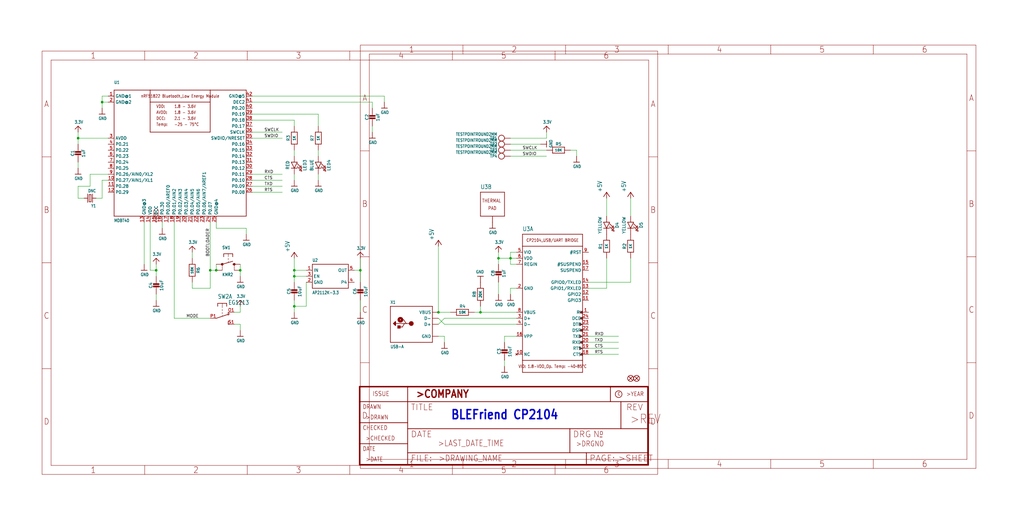
<source format=kicad_sch>
(kicad_sch (version 20211123) (generator eeschema)
  (paper "User" 433.07 220.421)
  (lib_symbols
    (symbol "eagleSchem-eagle-import:+5V" (power)
      (property "Value" "+5V" (at -2.54 -5.08 90))
      (symbol "+5V_1_0"
        (pin power_in line (at 0 -2.54 90) (length 2.54) (name "+5V") (number "1"))
      )
    )
    (symbol "eagleSchem-eagle-import:3.3V" (power)
      (property "Value" "3.3V" (at -1.524 1.016 0))
      (symbol "3.3V_1_0"
        (pin power_in line (at 0 -2.54 90) (length 2.54) (name "3.3V") (number "1"))
      )
    )
    (symbol "eagleSchem-eagle-import:CAP_CERAMIC0603_NO"
      (property "Reference" "C" (at -2.29 1.25 90))
      (property "Value" "CAP_CERAMIC0603_NO" (at 2.3 1.25 90))
      (symbol "CAP_CERAMIC0603_NO_1_0"
        (pin passive line (at 0 5.08 270) (length 2.54) (name "1") (number "1"))
        (pin passive line (at 0 -2.54 90) (length 2.54) (name "2") (number "2"))
      )
    )
    (symbol "eagleSchem-eagle-import:CAP_CERAMIC0805-NOOUTLINE"
      (property "Reference" "C" (at -2.29 1.25 90))
      (property "Value" "CAP_CERAMIC0805-NOOUTLINE" (at 2.3 1.25 90))
      (symbol "CAP_CERAMIC0805-NOOUTLINE_1_0"
        (pin passive line (at 0 5.08 270) (length 2.54) (name "1") (number "1"))
        (pin passive line (at 0 -2.54 90) (length 2.54) (name "2") (number "2"))
      )
    )
    (symbol "eagleSchem-eagle-import:CP2104"
      (property "Reference" "U" (at -5.08 6.35 0))
      (symbol "CP2104_1_0"
        (text "CP2104_USB/UART BRIDGE" (at 0 25.4 0) (effects (font (size 1.27 1.0795))))
        (text "VIO: 1.8-VDD_Op. Temp: -40~85°C" (at 0 -27.94 0) (effects (font (size 1.27 1.0795))))
        (pin input line (at 15.24 -5.08 180) (length 2.54) (name "RI") (number "1"))
        (pin no_connect line (at -15.24 -22.86 0) (length 2.54) (name "NC") (number "10"))
        (pin bidirectional line (at 15.24 0 180) (length 2.54) (name "GPIO3") (number "11"))
        (pin bidirectional line (at 15.24 2.54 180) (length 2.54) (name "GPIO2") (number "12"))
        (pin bidirectional line (at 15.24 5.08 180) (length 2.54) (name "GPIO1/RXLED") (number "13"))
        (pin bidirectional line (at 15.24 7.62 180) (length 2.54) (name "GPIO0/TXLED") (number "14"))
        (pin output line (at 15.24 15.24 180) (length 2.54) (name "#SUSPEND") (number "15"))
        (pin bidirectional line (at -15.24 -15.24 0) (length 2.54) (name "VPP") (number "16"))
        (pin output line (at 15.24 12.7 180) (length 2.54) (name "SUSPEND") (number "17"))
        (pin input line (at 15.24 -22.86 180) (length 2.54) (name "CTS") (number "18"))
        (pin output line (at 15.24 -20.32 180) (length 2.54) (name "RTS") (number "19"))
        (pin power_in line (at -15.24 5.08 0) (length 2.54) (name "GND") (number "2"))
        (pin input line (at 15.24 -17.78 180) (length 2.54) (name "RXD") (number "20"))
        (pin output line (at 15.24 -15.24 180) (length 2.54) (name "TXD") (number "21"))
        (pin input line (at 15.24 -12.7 180) (length 2.54) (name "DSR") (number "22"))
        (pin output line (at 15.24 -10.16 180) (length 2.54) (name "DTR") (number "23"))
        (pin input line (at 15.24 -7.62 180) (length 2.54) (name "DCD") (number "24"))
        (pin bidirectional line (at -15.24 -7.62 0) (length 2.54) (name "D+") (number "3"))
        (pin bidirectional line (at -15.24 -10.16 0) (length 2.54) (name "D-") (number "4"))
        (pin power_in line (at -15.24 20.32 0) (length 2.54) (name "VIO") (number "5"))
        (pin power_in line (at -15.24 17.78 0) (length 2.54) (name "VDD") (number "6"))
        (pin power_in line (at -15.24 15.24 0) (length 2.54) (name "REGIN") (number "7"))
        (pin power_in line (at -15.24 -5.08 0) (length 2.54) (name "VBUS") (number "8"))
        (pin bidirectional line (at 15.24 20.32 180) (length 2.54) (name "#RST") (number "9"))
      )
      (symbol "CP2104_2_0"
        (text "PAD" (at -1.905 -2.54 0) (effects (font (size 1.4224 1.209)) (justify left bottom)))
        (text "THERMAL" (at -4.445 0.635 0) (effects (font (size 1.4224 1.209)) (justify left bottom)))
        (pin power_in line (at 0 -7.62 90) (length 2.54) (name "TP") (number "THERM"))
      )
    )
    (symbol "eagleSchem-eagle-import:CRYSTAL2.0X6.0_32.768"
      (property "Reference" "Y" (at -2.54 2.54 0))
      (property "Value" "CRYSTAL2.0X6.0_32.768" (at -2.54 -3.81 0))
      (symbol "CRYSTAL2.0X6.0_32.768_1_0"
        (pin passive line (at -2.54 0 0) (length 0) (name "1") (number "1"))
        (pin passive line (at 2.54 0 180) (length 0) (name "2") (number "2"))
      )
    )
    (symbol "eagleSchem-eagle-import:DPDT-EG1390"
      (property "Reference" "SW" (at -8.255 -1.905 90))
      (property "Value" "DPDT-EG1390" (at -5.715 2.54 90))
      (symbol "DPDT-EG1390_1_0"
        (pin passive line (at -2.54 5.08 270) (length 2.54) (name "O") (number "O1"))
        (pin passive line (at 0 -5.08 90) (length 2.54) (name "P") (number "P1"))
        (pin passive line (at 2.54 5.08 270) (length 2.54) (name "S") (number "S1"))
      )
      (symbol "DPDT-EG1390_2_0"
        (pin passive line (at -2.54 5.08 270) (length 2.54) (name "O") (number "O2"))
        (pin passive line (at 0 -5.08 90) (length 2.54) (name "P") (number "P2"))
        (pin passive line (at 2.54 5.08 270) (length 2.54) (name "S") (number "S2"))
      )
    )
    (symbol "eagleSchem-eagle-import:FIDUCIAL_1MM")
    (symbol "eagleSchem-eagle-import:FRAME_A4"
      (symbol "FRAME_A4_0_0"
        (text "1" (at 21.6958 1.905 0) (effects (font (size 2.54 2.286))))
        (text "1" (at 21.6958 177.165 0) (effects (font (size 2.54 2.286))))
        (text "2" (at 65.0875 1.905 0) (effects (font (size 2.54 2.286))))
        (text "2" (at 65.0875 177.165 0) (effects (font (size 2.54 2.286))))
        (text "3" (at 108.4792 1.905 0) (effects (font (size 2.54 2.286))))
        (text "3" (at 108.4792 177.165 0) (effects (font (size 2.54 2.286))))
        (text "4" (at 151.8708 1.905 0) (effects (font (size 2.54 2.286))))
        (text "4" (at 151.8708 177.165 0) (effects (font (size 2.54 2.286))))
        (text "5" (at 195.2625 1.905 0) (effects (font (size 2.54 2.286))))
        (text "5" (at 195.2625 177.165 0) (effects (font (size 2.54 2.286))))
        (text "6" (at 238.6542 1.905 0) (effects (font (size 2.54 2.286))))
        (text "6" (at 238.6542 177.165 0) (effects (font (size 2.54 2.286))))
        (text "A" (at 1.905 156.6863 0) (effects (font (size 2.54 2.286))))
        (text "A" (at 258.445 156.6863 0) (effects (font (size 2.54 2.286))))
        (text "B" (at 1.905 111.9188 0) (effects (font (size 2.54 2.286))))
        (text "B" (at 258.445 111.9188 0) (effects (font (size 2.54 2.286))))
        (text "C" (at 1.905 67.1513 0) (effects (font (size 2.54 2.286))))
        (text "C" (at 258.445 67.1513 0) (effects (font (size 2.54 2.286))))
        (text "D" (at 1.905 22.3838 0) (effects (font (size 2.54 2.286))))
        (text "D" (at 258.445 22.3838 0) (effects (font (size 2.54 2.286))))
      )
      (symbol "FRAME_A4_2_0"
        (text ">CHECKED" (at 2.2352 11.7348 0) (effects (font (size 1.778 1.5113)) (justify left bottom)))
        (text ">COMPANY" (at 23.349 29.6735 0) (effects (font (size 3.175 2.6987) (thickness 0.5397) bold) (justify left bottom)))
        (text ">DATE" (at 2.2352 2.8448 0) (effects (font (size 1.778 1.5113)) (justify left bottom)))
        (text ">DRAWING_NAME" (at 33.0327 2.8448 0) (effects (font (size 2.54 2.159)) (justify left bottom)))
        (text ">DRAWN" (at 2.2352 20.6248 0) (effects (font (size 1.778 1.5113)) (justify left bottom)))
        (text ">DRGNO" (at 91.1352 9.1948 0) (effects (font (size 2.1844 1.8567)) (justify left bottom)))
        (text ">LAST_DATE_TIME" (at 32.7152 9.1948 0) (effects (font (size 2.54 2.159)) (justify left bottom)))
        (text ">REV" (at 113.9952 18.7198 0) (effects (font (size 3.81 3.2385)) (justify left bottom)))
        (text ">SHEET" (at 108.9152 2.8448 0) (effects (font (size 2.54 2.54)) (justify left bottom)))
        (text ">YEAR" (at 112.4077 30.4673 0) (effects (font (size 1.778 1.5113)) (justify left bottom)))
        (text "C" (at 108.7564 30.7848 0) (effects (font (size 1.27 1.0795)) (justify left bottom)))
        (text "CHECKED" (at 0.9652 16.1798 0) (effects (font (size 1.778 1.5113)) (justify left bottom)))
        (text "DATE" (at 0.9652 7.2898 0) (effects (font (size 1.778 1.5113)) (justify left bottom)))
        (text "DATE" (at 21.2852 13.0048 0) (effects (font (size 2.54 2.54)) (justify left bottom)))
        (text "DRAWN" (at 0.9652 25.0698 0) (effects (font (size 1.778 1.5113)) (justify left bottom)))
        (text "DRG" (at 89.8652 13.0048 0) (effects (font (size 2.54 2.54)) (justify left bottom)))
        (text "FILE:" (at 21.2852 2.8448 0) (effects (font (size 2.54 2.54)) (justify left bottom)))
        (text "ISSUE" (at 5.0927 30.4673 0) (effects (font (size 1.9304 1.6408)) (justify left bottom)))
        (text "N" (at 98.4377 13.0048 0) (effects (font (size 2.54 2.54)) (justify left bottom)))
        (text "o" (at 100.9777 13.9573 0) (effects (font (size 2.1844 1.8567)) (justify left bottom)))
        (text "PAGE:" (at 96.8502 2.8448 0) (effects (font (size 2.54 2.54)) (justify left bottom)))
        (text "REV" (at 112.4077 24.4348 0) (effects (font (size 2.54 2.54)) (justify left bottom)))
        (text "TITLE" (at 21.2852 24.4348 0) (effects (font (size 2.54 2.54)) (justify left bottom)))
      )
    )
    (symbol "eagleSchem-eagle-import:GND" (power)
      (property "Value" "GND" (at -1.524 -2.54 0))
      (symbol "GND_1_0"
        (pin power_in line (at 0 2.54 270) (length 2.54) (name "GND") (number "1"))
      )
    )
    (symbol "eagleSchem-eagle-import:LED0805_NOOUTLINE"
      (property "Reference" "D" (at -1.27 4.445 0))
      (property "Value" "LED0805_NOOUTLINE" (at -1.27 -2.794 0))
      (symbol "LED0805_NOOUTLINE_1_0"
        (pin passive line (at -5.08 0 0) (length 2.54) (name "A") (number "A"))
        (pin passive line (at 2.54 0 180) (length 2.54) (name "C") (number "C"))
      )
    )
    (symbol "eagleSchem-eagle-import:NRF51822_MODULE_MDBT40"
      (property "Reference" "U" (at -27.94 27.94 0))
      (property "Value" "NRF51822_MODULE_MDBT40" (at -27.94 -30.48 0))
      (symbol "NRF51822_MODULE_MDBT40_1_0"
        (text "-25 - 75°C" (at -2.54 10.16 0) (effects (font (size 1.27 1.0795)) (justify left bottom)))
        (text "1.8 - 3.6V" (at -2.54 15.24 0) (effects (font (size 1.27 1.0795)) (justify left bottom)))
        (text "1.8 - 3.6V" (at -2.54 17.78 0) (effects (font (size 1.27 1.0795)) (justify left bottom)))
        (text "2.1 - 3.6V" (at -2.54 12.7 0) (effects (font (size 1.27 1.0795)) (justify left bottom)))
        (text "AVDD:" (at -10.16 15.24 0) (effects (font (size 1.27 1.0795)) (justify left bottom)))
        (text "DCC:" (at -10.16 12.7 0) (effects (font (size 1.27 1.0795)) (justify left bottom)))
        (text "nRF51822 Bluetooth_Low Energy Module" (at 0 22.86 0) (effects (font (size 1.27 1.0795))))
        (text "Temp:" (at -10.16 10.16 0) (effects (font (size 1.27 1.0795)) (justify left bottom)))
        (text "VDD:" (at -10.16 17.78 0) (effects (font (size 1.27 1.0795)) (justify left bottom)))
        (pin power_in line (at -30.48 22.86 0) (length 2.54) (name "GND@1") (number "1"))
        (pin bidirectional line (at -30.48 -12.7 0) (length 2.54) (name "P0.27/AIN1/XL1") (number "10"))
        (pin bidirectional line (at -30.48 -15.24 0) (length 2.54) (name "P0.28") (number "11"))
        (pin bidirectional line (at -30.48 -17.78 0) (length 2.54) (name "P0.29") (number "12"))
        (pin power_in line (at -15.24 -30.48 90) (length 2.54) (name "GND@3") (number "13"))
        (pin power_in line (at -12.7 -30.48 90) (length 2.54) (name "VDD") (number "14"))
        (pin power_in line (at -10.16 -30.48 90) (length 2.54) (name "DCC") (number "15"))
        (pin bidirectional line (at -7.62 -30.48 90) (length 2.54) (name "P0.30") (number "16"))
        (pin bidirectional line (at -5.08 -30.48 90) (length 2.54) (name "P0.00/AREF0") (number "17"))
        (pin bidirectional line (at -2.54 -30.48 90) (length 2.54) (name "P0.01/AIN2") (number "18"))
        (pin bidirectional line (at 0 -30.48 90) (length 2.54) (name "P0.02/AIN3") (number "19"))
        (pin power_in line (at -30.48 20.32 0) (length 2.54) (name "GND@2") (number "2"))
        (pin bidirectional line (at 2.54 -30.48 90) (length 2.54) (name "P0.03/AIN4") (number "20"))
        (pin bidirectional line (at 5.08 -30.48 90) (length 2.54) (name "P0.04/AIN5") (number "21"))
        (pin bidirectional line (at 7.62 -30.48 90) (length 2.54) (name "P0.05/AIN6") (number "22"))
        (pin bidirectional line (at 10.16 -30.48 90) (length 2.54) (name "P0.06/AIN7/AREF1") (number "23"))
        (pin bidirectional line (at 12.7 -30.48 90) (length 2.54) (name "P0.07") (number "24"))
        (pin power_in line (at 15.24 -30.48 90) (length 2.54) (name "GND@4") (number "25"))
        (pin bidirectional line (at 30.48 -17.78 180) (length 2.54) (name "P0.08") (number "26"))
        (pin bidirectional line (at 30.48 -15.24 180) (length 2.54) (name "P0.09") (number "27"))
        (pin bidirectional line (at 30.48 -12.7 180) (length 2.54) (name "P0.10") (number "28"))
        (pin bidirectional line (at 30.48 -10.16 180) (length 2.54) (name "P0.11") (number "29"))
        (pin power_in line (at -30.48 5.08 0) (length 2.54) (name "AVDD") (number "3"))
        (pin bidirectional line (at 30.48 -7.62 180) (length 2.54) (name "P0.12") (number "30"))
        (pin bidirectional line (at 30.48 -5.08 180) (length 2.54) (name "P0.13") (number "31"))
        (pin bidirectional line (at 30.48 -2.54 180) (length 2.54) (name "P0.14") (number "32"))
        (pin bidirectional line (at 30.48 0 180) (length 2.54) (name "P0.15") (number "33"))
        (pin bidirectional line (at 30.48 2.54 180) (length 2.54) (name "P0.16") (number "34"))
        (pin bidirectional line (at 30.48 5.08 180) (length 2.54) (name "SWDIO/NRESET") (number "35"))
        (pin bidirectional line (at 30.48 7.62 180) (length 2.54) (name "SWCLK") (number "36"))
        (pin bidirectional line (at 30.48 10.16 180) (length 2.54) (name "P0.17") (number "37"))
        (pin bidirectional line (at 30.48 12.7 180) (length 2.54) (name "P0.18") (number "38"))
        (pin bidirectional line (at 30.48 15.24 180) (length 2.54) (name "P0.19") (number "39"))
        (pin bidirectional line (at -30.48 2.54 0) (length 2.54) (name "P0.21") (number "4"))
        (pin bidirectional line (at 30.48 17.78 180) (length 2.54) (name "P0.20") (number "40"))
        (pin power_in line (at 30.48 20.32 180) (length 2.54) (name "DEC2") (number "41"))
        (pin power_in line (at 30.48 22.86 180) (length 2.54) (name "GND@5") (number "42"))
        (pin bidirectional line (at -30.48 0 0) (length 2.54) (name "P0.22") (number "5"))
        (pin bidirectional line (at -30.48 -2.54 0) (length 2.54) (name "P0.23") (number "6"))
        (pin bidirectional line (at -30.48 -5.08 0) (length 2.54) (name "P0.24") (number "7"))
        (pin bidirectional line (at -30.48 -7.62 0) (length 2.54) (name "P0.25") (number "8"))
        (pin bidirectional line (at -30.48 -10.16 0) (length 2.54) (name "P0.26/AIN0/XL2") (number "9"))
      )
    )
    (symbol "eagleSchem-eagle-import:RESISTOR_0603_NOOUT"
      (property "Reference" "R" (at 0 2.54 0))
      (property "Value" "RESISTOR_0603_NOOUT" (at 0 0 0))
      (symbol "RESISTOR_0603_NOOUT_1_0"
        (pin passive line (at -5.08 0 0) (length 2.54) (name "1") (number "1"))
        (pin passive line (at 5.08 0 180) (length 2.54) (name "2") (number "2"))
      )
    )
    (symbol "eagleSchem-eagle-import:SWITCH_TACT_SMT4.6X2.8"
      (property "Reference" "SW" (at -2.54 6.35 0))
      (property "Value" "SWITCH_TACT_SMT4.6X2.8" (at -2.54 -5.08 0))
      (symbol "SWITCH_TACT_SMT4.6X2.8_1_0"
        (pin passive line (at -5.08 0 0) (length 2.54) (name "P") (number "A"))
        (pin passive line (at -5.08 -2.54 0) (length 2.54) (name "P1") (number "A'"))
        (pin passive line (at 5.08 0 180) (length 2.54) (name "S") (number "B"))
        (pin passive line (at 5.08 -2.54 180) (length 2.54) (name "S1") (number "B'"))
      )
    )
    (symbol "eagleSchem-eagle-import:TESTPOINTROUND2MM"
      (property "Reference" "TP" (at 0 5.588 90))
      (property "Value" "TESTPOINTROUND2MM" (at 1.651 5.588 90))
      (symbol "TESTPOINTROUND2MM_1_0"
        (pin bidirectional line (at 0 0 90) (length 2.54) (name "P$1") (number "P$1"))
      )
    )
    (symbol "eagleSchem-eagle-import:USB_TYPEA_CLIENTTHM"
      (property "Reference" "X" (at -10.16 8.636 0))
      (property "Value" "USB_TYPEA_CLIENTTHM" (at -10.16 -10.16 0))
      (symbol "USB_TYPEA_CLIENTTHM_1_0"
        (pin bidirectional line (at 10.16 0 180) (length 2.54) (name "D+") (number "D+"))
        (pin bidirectional line (at 10.16 2.54 180) (length 2.54) (name "D-") (number "D-"))
        (pin power_in line (at 10.16 -5.08 180) (length 2.54) (name "GND") (number "GND"))
        (pin power_in line (at 10.16 5.08 180) (length 2.54) (name "VBUS") (number "VBUS"))
      )
    )
    (symbol "eagleSchem-eagle-import:VREG_SOT23-5"
      (property "Reference" "U" (at -7.62 6.096 0))
      (property "Value" "VREG_SOT23-5" (at -7.62 -7.62 0))
      (symbol "VREG_SOT23-5_1_0"
        (pin power_in line (at -10.16 2.54 0) (length 2.54) (name "IN") (number "1"))
        (pin power_in line (at -10.16 -2.54 0) (length 2.54) (name "GND") (number "2"))
        (pin input line (at -10.16 0 0) (length 2.54) (name "EN") (number "3"))
        (pin bidirectional line (at 10.16 -2.54 180) (length 2.54) (name "P4") (number "4"))
        (pin power_in line (at 10.16 2.54 180) (length 2.54) (name "OUT") (number "5"))
      )
    )
  )
  (junction (at 33.02 58.42))
  (junction (at 185.42 132.08))
  (junction (at 215.9 109.22))
  (junction (at 88.9 114.3))
  (junction (at 124.46 129.54))
  (junction (at 210.82 109.22))
  (junction (at 124.46 116.84))
  (junction (at 43.18 43.18))
  (junction (at 91.44 114.3))
  (junction (at 101.6 114.3))
  (junction (at 203.2 132.08))
  (junction (at 152.4 114.3))
  (junction (at 66.04 114.3))
  (junction (at 124.46 114.3))
  (wire (pts (xy 218.44 137.16) (xy 187.96 137.16)))
  (wire (pts (xy 63.5 93.98) (xy 63.5 114.3)))
  (wire (pts (xy 91.44 114.3) (xy 88.9 114.3)))
  (wire (pts (xy 213.36 142.24) (xy 213.36 144.78)))
  (wire (pts (xy 106.68 58.42) (xy 119.38 58.42)))
  (wire (pts (xy 124.46 73.66) (xy 124.46 76.2)))
  (wire (pts (xy 187.96 134.62) (xy 218.44 134.62)))
  (wire (pts (xy 218.44 111.76) (xy 215.9 111.76)))
  (wire (pts (xy 106.68 55.88) (xy 119.38 55.88)))
  (wire (pts (xy 152.4 114.3) (xy 152.4 109.22)))
  (wire (pts (xy 218.44 142.24) (xy 213.36 142.24)))
  (wire (pts (xy 91.44 111.76) (xy 91.44 114.3)))
  (wire (pts (xy 218.44 121.92) (xy 215.9 121.92)))
  (wire (pts (xy 187.96 137.16) (xy 185.42 134.62)))
  (wire (pts (xy 124.46 114.3) (xy 124.46 109.22)))
  (wire (pts (xy 66.04 124.46) (xy 66.04 127)))
  (wire (pts (xy 33.02 58.42) (xy 33.02 60.96)))
  (wire (pts (xy 101.6 132.08) (xy 101.6 129.54)))
  (wire (pts (xy 45.72 58.42) (xy 33.02 58.42)))
  (wire (pts (xy 215.9 106.68) (xy 215.9 109.22)))
  (wire (pts (xy 215.9 63.5) (xy 231.14 63.5)))
  (wire (pts (xy 187.96 142.24) (xy 187.96 144.78)))
  (wire (pts (xy 43.18 83.82) (xy 40.64 83.82)))
  (wire (pts (xy 99.06 137.16) (xy 101.6 137.16)))
  (wire (pts (xy 73.66 134.62) (xy 88.9 134.62)))
  (wire (pts (xy 134.62 73.66) (xy 134.62 76.2)))
  (wire (pts (xy 218.44 106.68) (xy 215.9 106.68)))
  (wire (pts (xy 38.1 73.66) (xy 38.1 78.74)))
  (wire (pts (xy 60.96 93.98) (xy 60.96 111.76)))
  (wire (pts (xy 243.84 63.5) (xy 243.84 66.04)))
  (wire (pts (xy 129.54 129.54) (xy 124.46 129.54)))
  (wire (pts (xy 185.42 132.08) (xy 190.5 132.08)))
  (wire (pts (xy 106.68 43.18) (xy 157.48 43.18)))
  (wire (pts (xy 248.92 149.86) (xy 261.62 149.86)))
  (wire (pts (xy 106.68 78.74) (xy 119.38 78.74)))
  (wire (pts (xy 248.92 121.92) (xy 256.54 121.92)))
  (wire (pts (xy 185.42 142.24) (xy 187.96 142.24)))
  (wire (pts (xy 104.14 96.52) (xy 104.14 99.06)))
  (wire (pts (xy 248.92 119.38) (xy 266.7 119.38)))
  (wire (pts (xy 88.9 93.98) (xy 88.9 114.3)))
  (wire (pts (xy 124.46 50.8) (xy 124.46 53.34)))
  (wire (pts (xy 106.68 40.64) (xy 162.56 40.64)))
  (wire (pts (xy 215.9 66.04) (xy 231.14 66.04)))
  (wire (pts (xy 203.2 129.54) (xy 203.2 132.08)))
  (wire (pts (xy 215.9 60.96) (xy 228.6 60.96)))
  (wire (pts (xy 124.46 116.84) (xy 124.46 114.3)))
  (wire (pts (xy 215.9 58.42) (xy 231.14 58.42)))
  (wire (pts (xy 261.62 144.78) (xy 248.92 144.78)))
  (wire (pts (xy 149.86 114.3) (xy 152.4 114.3)))
  (wire (pts (xy 43.18 76.2) (xy 43.18 83.82)))
  (wire (pts (xy 43.18 40.64) (xy 43.18 43.18)))
  (wire (pts (xy 157.48 43.18) (xy 157.48 45.72)))
  (wire (pts (xy 45.72 76.2) (xy 43.18 76.2)))
  (wire (pts (xy 106.68 81.28) (xy 119.38 81.28)))
  (wire (pts (xy 157.48 53.34) (xy 157.48 55.88)))
  (wire (pts (xy 91.44 93.98) (xy 91.44 96.52)))
  (wire (pts (xy 45.72 73.66) (xy 38.1 73.66)))
  (wire (pts (xy 66.04 114.3) (xy 66.04 111.76)))
  (wire (pts (xy 213.36 152.4) (xy 213.36 154.94)))
  (wire (pts (xy 215.9 111.76) (xy 215.9 109.22)))
  (wire (pts (xy 134.62 48.26) (xy 134.62 53.34)))
  (wire (pts (xy 129.54 114.3) (xy 124.46 114.3)))
  (wire (pts (xy 185.42 137.16) (xy 187.96 134.62)))
  (wire (pts (xy 266.7 119.38) (xy 266.7 109.22)))
  (wire (pts (xy 215.9 109.22) (xy 210.82 109.22)))
  (wire (pts (xy 33.02 83.82) (xy 35.56 83.82)))
  (wire (pts (xy 33.02 78.74) (xy 33.02 83.82)))
  (wire (pts (xy 124.46 127) (xy 124.46 129.54)))
  (wire (pts (xy 248.92 142.24) (xy 261.62 142.24)))
  (wire (pts (xy 248.92 147.32) (xy 261.62 147.32)))
  (wire (pts (xy 101.6 114.3) (xy 101.6 116.84)))
  (wire (pts (xy 81.28 121.92) (xy 81.28 119.38)))
  (wire (pts (xy 45.72 43.18) (xy 43.18 43.18)))
  (wire (pts (xy 129.54 119.38) (xy 129.54 129.54)))
  (wire (pts (xy 256.54 83.82) (xy 256.54 91.44)))
  (wire (pts (xy 38.1 78.74) (xy 33.02 78.74)))
  (wire (pts (xy 200.66 132.08) (xy 203.2 132.08)))
  (wire (pts (xy 106.68 50.8) (xy 124.46 50.8)))
  (wire (pts (xy 88.9 114.3) (xy 88.9 121.92)))
  (wire (pts (xy 91.44 96.52) (xy 104.14 96.52)))
  (wire (pts (xy 43.18 43.18) (xy 43.18 45.72)))
  (wire (pts (xy 210.82 119.38) (xy 210.82 124.46)))
  (wire (pts (xy 231.14 58.42) (xy 231.14 55.88)))
  (wire (pts (xy 266.7 91.44) (xy 266.7 83.82)))
  (wire (pts (xy 134.62 63.5) (xy 134.62 66.04)))
  (wire (pts (xy 241.3 63.5) (xy 243.84 63.5)))
  (wire (pts (xy 66.04 114.3) (xy 66.04 116.84)))
  (wire (pts (xy 88.9 121.92) (xy 81.28 121.92)))
  (wire (pts (xy 152.4 127) (xy 152.4 132.08)))
  (wire (pts (xy 210.82 109.22) (xy 210.82 106.68)))
  (wire (pts (xy 215.9 121.92) (xy 215.9 124.46)))
  (wire (pts (xy 106.68 48.26) (xy 134.62 48.26)))
  (wire (pts (xy 218.44 109.22) (xy 215.9 109.22)))
  (wire (pts (xy 203.2 132.08) (xy 218.44 132.08)))
  (wire (pts (xy 106.68 76.2) (xy 119.38 76.2)))
  (wire (pts (xy 45.72 40.64) (xy 43.18 40.64)))
  (wire (pts (xy 68.58 93.98) (xy 68.58 96.52)))
  (wire (pts (xy 152.4 114.3) (xy 152.4 119.38)))
  (wire (pts (xy 124.46 116.84) (xy 124.46 119.38)))
  (wire (pts (xy 99.06 132.08) (xy 101.6 132.08)))
  (wire (pts (xy 81.28 109.22) (xy 81.28 106.68)))
  (wire (pts (xy 124.46 129.54) (xy 124.46 132.08)))
  (wire (pts (xy 106.68 73.66) (xy 119.38 73.66)))
  (wire (pts (xy 33.02 68.58) (xy 33.02 71.12)))
  (wire (pts (xy 33.02 58.42) (xy 33.02 55.88)))
  (wire (pts (xy 124.46 63.5) (xy 124.46 66.04)))
  (wire (pts (xy 101.6 111.76) (xy 101.6 114.3)))
  (wire (pts (xy 101.6 137.16) (xy 101.6 139.7)))
  (wire (pts (xy 185.42 132.08) (xy 185.42 104.14)))
  (wire (pts (xy 63.5 114.3) (xy 66.04 114.3)))
  (wire (pts (xy 129.54 116.84) (xy 124.46 116.84)))
  (wire (pts (xy 162.56 40.64) (xy 162.56 43.18)))
  (wire (pts (xy 210.82 109.22) (xy 210.82 111.76)))
  (wire (pts (xy 256.54 109.22) (xy 256.54 121.92)))
  (wire (pts (xy 73.66 93.98) (xy 73.66 134.62)))
  (text "BLEFriend CP2104" (at 190.5 177.8 180) (effects (font (size 3.81 3.2385) (thickness 0.6477) bold) (justify left bottom)))
  (label "BOOTLOADER" (at 88.9 96.52 270) (effects (font (size 1.2446 1.2446))))
  (label "RXD" (at 111.76 73.66 0) (effects (font (size 1.2446 1.2446))))
  (label "RXD" (at 251.46 142.24 0) (effects (font (size 1.2446 1.2446))))
  (label "RTS" (at 251.46 149.86 0) (effects (font (size 1.2446 1.2446))))
  (label "CTS" (at 251.46 147.32 0) (effects (font (size 1.2446 1.2446))))
  (label "MODE" (at 78.74 134.62 0) (effects (font (size 1.2446 1.2446))))
  (label "SWDIO" (at 111.76 58.42 0) (effects (font (size 1.2446 1.2446))))
  (label "TXD" (at 111.76 78.74 0) (effects (font (size 1.2446 1.2446))))
  (label "RTS" (at 111.76 81.28 0) (effects (font (size 1.2446 1.2446))))
  (label "TXD" (at 251.46 144.78 0) (effects (font (size 1.2446 1.2446))))
  (label "CTS" (at 111.76 76.2 0) (effects (font (size 1.2446 1.2446))))
  (label "SWCLK" (at 220.98 63.5 0) (effects (font (size 1.2446 1.2446))))
  (label "SWCLK" (at 111.76 55.88 0) (effects (font (size 1.2446 1.2446))))
  (label "SWDIO" (at 220.98 66.04 0) (effects (font (size 1.2446 1.2446))))
  (global_label "DCC" (shape bidirectional) (at 66.04 93.98 90) (effects (font (size 1.016 1.016))) (property "Intersheet References" "${INTERSHEET_REFS}" (effects hide)))
  (symbol (lib_id "eagleSchem-eagle-import:3.3V") (at 231.14 53.34 0) (unit 1)
    (property "Reference" "#U$20" (effects hide))
    (property "Value" "3.3V" (at 229.616 52.324 0) (effects (font (size 1.27 1.0795)) (justify left bottom)))
    (property "Footprint" "eagleSchem:" (effects hide))
  )
  (symbol (lib_id "eagleSchem-eagle-import:RESISTOR_0603_NOOUT") (at 256.54 104.14 90) (unit 1)
    (property "Reference" "R1" (at 254 104.14 0))
    (property "Value" "1K" (at 256.54 104.14 0) (effects (font (size 1.016 1.016) bold)))
    (property "Footprint" "eagleSchem:0603-NO" (effects hide))
  )
  (symbol (lib_id "eagleSchem-eagle-import:CAP_CERAMIC0805-NOOUTLINE") (at 213.36 149.86 0) (unit 1)
    (property "Reference" "C3" (at 211.07 148.61 90))
    (property "Value" "10uF" (at 215.66 148.61 90))
    (property "Footprint" "eagleSchem:0805-NO" (effects hide))
  )
  (symbol (lib_id "eagleSchem-eagle-import:SWITCH_TACT_SMT4.6X2.8") (at 96.52 111.76 0) (unit 1)
    (property "Reference" "SW1" (at 93.98 105.41 0) (effects (font (size 1.27 1.0795)) (justify left bottom)))
    (property "Value" "KMR2" (at 93.98 116.84 0) (effects (font (size 1.27 1.0795)) (justify left bottom)))
    (property "Footprint" "eagleSchem:BTN_KMR2_4.6X2.8" (effects hide))
  )
  (symbol (lib_id "eagleSchem-eagle-import:GND") (at 152.4 134.62 0) (unit 1)
    (property "Reference" "#U$27" (effects hide))
    (property "Value" "GND" (at 150.876 137.16 0) (effects (font (size 1.27 1.0795)) (justify left bottom)))
    (property "Footprint" "eagleSchem:" (effects hide))
  )
  (symbol (lib_id "eagleSchem-eagle-import:CAP_CERAMIC0603_NO") (at 210.82 116.84 0) (unit 1)
    (property "Reference" "C8" (at 208.53 115.59 90))
    (property "Value" "1uF" (at 213.12 115.59 90))
    (property "Footprint" "eagleSchem:0603-NO" (effects hide))
  )
  (symbol (lib_id "eagleSchem-eagle-import:GND") (at 124.46 78.74 0) (unit 1)
    (property "Reference" "#U$12" (effects hide))
    (property "Value" "GND" (at 122.936 81.28 0) (effects (font (size 1.27 1.0795)) (justify left bottom)))
    (property "Footprint" "eagleSchem:" (effects hide))
  )
  (symbol (lib_id "eagleSchem-eagle-import:3.3V") (at 210.82 104.14 0) (unit 1)
    (property "Reference" "#U$21" (effects hide))
    (property "Value" "3.3V" (at 209.296 103.124 0) (effects (font (size 1.27 1.0795)) (justify left bottom)))
    (property "Footprint" "eagleSchem:" (effects hide))
  )
  (symbol (lib_id "eagleSchem-eagle-import:GND") (at 215.9 127 0) (unit 1)
    (property "Reference" "#U$15" (effects hide))
    (property "Value" "GND" (at 214.376 129.54 0) (effects (font (size 1.27 1.0795)) (justify left bottom)))
    (property "Footprint" "eagleSchem:" (effects hide))
  )
  (symbol (lib_id "eagleSchem-eagle-import:LED0805_NOOUTLINE") (at 134.62 71.12 270) (unit 1)
    (property "Reference" "LED4" (at 139.065 69.85 0))
    (property "Value" "BLUE" (at 131.826 69.85 0))
    (property "Footprint" "eagleSchem:CHIPLED_0805_NOOUTLINE" (effects hide))
  )
  (symbol (lib_id "eagleSchem-eagle-import:VREG_SOT23-5") (at 139.7 116.84 0) (unit 1)
    (property "Reference" "U2" (at 132.08 110.744 0) (effects (font (size 1.27 1.0795)) (justify left bottom)))
    (property "Value" "AP2112K-3.3" (at 132.08 124.46 0) (effects (font (size 1.27 1.0795)) (justify left bottom)))
    (property "Footprint" "eagleSchem:SOT23-5" (effects hide))
  )
  (symbol (lib_id "eagleSchem-eagle-import:DPDT-EG1390") (at 93.98 134.62 270) (unit 1)
    (property "Reference" "SW2" (at 92.075 126.365 90) (effects (font (size 1.778 1.5113)) (justify left bottom)))
    (property "Value" "EG1213" (at 96.52 128.905 90) (effects (font (size 1.778 1.5113)) (justify left bottom)))
    (property "Footprint" "eagleSchem:EG1390" (effects hide))
  )
  (symbol (lib_id "eagleSchem-eagle-import:+5V") (at 124.46 106.68 0) (unit 1)
    (property "Reference" "#P+1" (effects hide))
    (property "Value" "+5V" (at 122.555 106.68 90) (effects (font (size 1.778 1.5113)) (justify left bottom)))
    (property "Footprint" "eagleSchem:" (effects hide))
  )
  (symbol (lib_id "eagleSchem-eagle-import:FRAME_A4") (at 17.78 200.66 0) (unit 1)
    (property "Reference" "#FRAME1" (effects hide))
    (property "Value" "FRAME_A4" (effects hide))
    (property "Footprint" "eagleSchem:" (effects hide))
  )
  (symbol (lib_id "eagleSchem-eagle-import:GND") (at 124.46 134.62 0) (unit 1)
    (property "Reference" "#U$17" (effects hide))
    (property "Value" "GND" (at 122.936 137.16 0) (effects (font (size 1.27 1.0795)) (justify left bottom)))
    (property "Footprint" "eagleSchem:" (effects hide))
  )
  (symbol (lib_id "eagleSchem-eagle-import:RESISTOR_0603_NOOUT") (at 203.2 124.46 90) (unit 1)
    (property "Reference" "R8" (at 200.66 124.46 0))
    (property "Value" "20K" (at 203.2 124.46 0) (effects (font (size 1.016 1.016) bold)))
    (property "Footprint" "eagleSchem:0603-NO" (effects hide))
  )
  (symbol (lib_id "eagleSchem-eagle-import:CAP_CERAMIC0805-NOOUTLINE") (at 66.04 121.92 0) (unit 1)
    (property "Reference" "C4" (at 63.75 120.67 90))
    (property "Value" "10uF" (at 68.34 120.67 90))
    (property "Footprint" "eagleSchem:0805-NO" (effects hide))
  )
  (symbol (lib_id "eagleSchem-eagle-import:GND") (at 134.62 78.74 0) (unit 1)
    (property "Reference" "#U$28" (effects hide))
    (property "Value" "GND" (at 133.096 81.28 0) (effects (font (size 1.27 1.0795)) (justify left bottom)))
    (property "Footprint" "eagleSchem:" (effects hide))
  )
  (symbol (lib_id "eagleSchem-eagle-import:LED0805_NOOUTLINE") (at 256.54 96.52 270) (unit 1)
    (property "Reference" "D4" (at 260.985 95.25 0))
    (property "Value" "YELLOW" (at 253.746 95.25 0))
    (property "Footprint" "eagleSchem:CHIPLED_0805_NOOUTLINE" (effects hide))
  )
  (symbol (lib_id "eagleSchem-eagle-import:FIDUCIAL_1MM") (at 266.7 160.02 0) (unit 1)
    (property "Reference" "FID2" (effects hide))
    (property "Value" "FIDUCIAL_1MM" (effects hide))
    (property "Footprint" "eagleSchem:FIDUCIAL_1MM" (effects hide))
  )
  (symbol (lib_id "eagleSchem-eagle-import:CAP_CERAMIC0805-NOOUTLINE") (at 152.4 124.46 0) (unit 1)
    (property "Reference" "C6" (at 150.11 123.21 90))
    (property "Value" "10uF" (at 154.7 123.21 90))
    (property "Footprint" "eagleSchem:0805-NO" (effects hide))
  )
  (symbol (lib_id "eagleSchem-eagle-import:RESISTOR_0603_NOOUT") (at 124.46 58.42 90) (unit 1)
    (property "Reference" "R3" (at 121.92 58.42 0))
    (property "Value" "1K" (at 124.46 58.42 0) (effects (font (size 1.016 1.016) bold)))
    (property "Footprint" "eagleSchem:0603-NO" (effects hide))
  )
  (symbol (lib_id "eagleSchem-eagle-import:RESISTOR_0603_NOOUT") (at 266.7 104.14 90) (unit 1)
    (property "Reference" "R2" (at 264.16 104.14 0))
    (property "Value" "1K" (at 266.7 104.14 0) (effects (font (size 1.016 1.016) bold)))
    (property "Footprint" "eagleSchem:0603-NO" (effects hide))
  )
  (symbol (lib_id "eagleSchem-eagle-import:GND") (at 66.04 129.54 0) (unit 1)
    (property "Reference" "#U$19" (effects hide))
    (property "Value" "GND" (at 64.516 132.08 0) (effects (font (size 1.27 1.0795)) (justify left bottom)))
    (property "Footprint" "eagleSchem:" (effects hide))
  )
  (symbol (lib_id "eagleSchem-eagle-import:TESTPOINTROUND2MM") (at 215.9 66.04 90) (unit 1)
    (property "Reference" "TP4" (at 210.312 66.04 90) (effects (font (size 1.27 1.0795)) (justify left)))
    (property "Value" "TESTPOINTROUND2MM" (at 210.312 64.389 90) (effects (font (size 1.27 1.0795)) (justify left)))
    (property "Footprint" "eagleSchem:TESTPOINT_ROUND_2MM" (effects hide))
  )
  (symbol (lib_id "eagleSchem-eagle-import:LED0805_NOOUTLINE") (at 124.46 71.12 270) (unit 1)
    (property "Reference" "LED3" (at 128.905 69.85 0))
    (property "Value" "RED" (at 121.666 69.85 0))
    (property "Footprint" "eagleSchem:CHIPLED_0805_NOOUTLINE" (effects hide))
  )
  (symbol (lib_id "eagleSchem-eagle-import:GND") (at 203.2 116.84 180) (unit 1)
    (property "Reference" "#U$32" (effects hide))
    (property "Value" "GND" (at 204.724 114.3 0) (effects (font (size 1.27 1.0795)) (justify left bottom)))
    (property "Footprint" "eagleSchem:" (effects hide))
  )
  (symbol (lib_id "eagleSchem-eagle-import:GND") (at 60.96 114.3 0) (unit 1)
    (property "Reference" "#U$5" (effects hide))
    (property "Value" "GND" (at 59.436 116.84 0) (effects (font (size 1.27 1.0795)) (justify left bottom)))
    (property "Footprint" "eagleSchem:" (effects hide))
  )
  (symbol (lib_id "eagleSchem-eagle-import:NRF51822_MODULE_MDBT40") (at 76.2 63.5 0) (unit 1)
    (property "Reference" "U1" (at 48.26 35.56 0) (effects (font (size 1.27 1.0795)) (justify left bottom)))
    (property "Value" "MDBT40" (at 48.26 93.98 0) (effects (font (size 1.27 1.0795)) (justify left bottom)))
    (property "Footprint" "eagleSchem:BLE_MODULE_RAYTAC_MDBT40" (effects hide))
  )
  (symbol (lib_id "eagleSchem-eagle-import:GND") (at 101.6 119.38 0) (unit 1)
    (property "Reference" "#U$25" (effects hide))
    (property "Value" "GND" (at 100.076 121.92 0) (effects (font (size 1.27 1.0795)) (justify left bottom)))
    (property "Footprint" "eagleSchem:" (effects hide))
  )
  (symbol (lib_id "eagleSchem-eagle-import:GND") (at 68.58 99.06 0) (unit 1)
    (property "Reference" "#U$29" (effects hide))
    (property "Value" "GND" (at 67.056 101.6 0) (effects (font (size 1.27 1.0795)) (justify left bottom)))
    (property "Footprint" "eagleSchem:" (effects hide))
  )
  (symbol (lib_id "eagleSchem-eagle-import:3.3V") (at 66.04 109.22 0) (unit 1)
    (property "Reference" "#U$4" (effects hide))
    (property "Value" "3.3V" (at 64.516 108.204 0) (effects (font (size 1.27 1.0795)) (justify left bottom)))
    (property "Footprint" "eagleSchem:" (effects hide))
  )
  (symbol (lib_id "eagleSchem-eagle-import:GND") (at 157.48 58.42 0) (unit 1)
    (property "Reference" "#U$9" (effects hide))
    (property "Value" "GND" (at 155.956 60.96 0) (effects (font (size 1.27 1.0795)) (justify left bottom)))
    (property "Footprint" "eagleSchem:" (effects hide))
  )
  (symbol (lib_id "eagleSchem-eagle-import:CAP_CERAMIC0805-NOOUTLINE") (at 124.46 124.46 0) (unit 1)
    (property "Reference" "C5" (at 122.17 123.21 90))
    (property "Value" "10uF" (at 126.76 123.21 90))
    (property "Footprint" "eagleSchem:0805-NO" (effects hide))
  )
  (symbol (lib_id "eagleSchem-eagle-import:3.3V") (at 81.28 104.14 0) (unit 1)
    (property "Reference" "#U$26" (effects hide))
    (property "Value" "3.3V" (at 79.756 103.124 0) (effects (font (size 1.27 1.0795)) (justify left bottom)))
    (property "Footprint" "eagleSchem:" (effects hide))
  )
  (symbol (lib_id "eagleSchem-eagle-import:RESISTOR_0603_NOOUT") (at 81.28 114.3 270) (unit 1)
    (property "Reference" "R6" (at 83.82 114.3 0))
    (property "Value" "10K" (at 81.28 114.3 0) (effects (font (size 1.016 1.016) bold)))
    (property "Footprint" "eagleSchem:0603-NO" (effects hide))
  )
  (symbol (lib_id "eagleSchem-eagle-import:3.3V") (at 152.4 106.68 0) (unit 1)
    (property "Reference" "#U$24" (effects hide))
    (property "Value" "3.3V" (at 150.876 105.664 0) (effects (font (size 1.27 1.0795)) (justify left bottom)))
    (property "Footprint" "eagleSchem:" (effects hide))
  )
  (symbol (lib_id "eagleSchem-eagle-import:CAP_CERAMIC0603_NO") (at 157.48 50.8 0) (unit 1)
    (property "Reference" "C2" (at 155.19 49.55 90))
    (property "Value" "1uF" (at 159.78 49.55 90))
    (property "Footprint" "eagleSchem:0603-NO" (effects hide))
  )
  (symbol (lib_id "eagleSchem-eagle-import:3.3V") (at 101.6 127 0) (unit 1)
    (property "Reference" "#U$23" (effects hide))
    (property "Value" "3.3V" (at 100.076 125.984 0) (effects (font (size 1.27 1.0795)) (justify left bottom)))
    (property "Footprint" "eagleSchem:" (effects hide))
  )
  (symbol (lib_id "eagleSchem-eagle-import:FRAME_A4") (at 152.4 198.12 0) (unit 2)
    (property "Reference" "#FRAME1" (effects hide))
    (property "Value" "FRAME_A4" (effects hide))
    (property "Footprint" "eagleSchem:" (effects hide))
  )
  (symbol (lib_id "eagleSchem-eagle-import:USB_TYPEA_CLIENTTHM") (at 175.26 137.16 0) (unit 1)
    (property "Reference" "X1" (at 165.1 128.524 0) (effects (font (size 1.27 1.0795)) (justify left bottom)))
    (property "Value" "USB-A" (at 165.1 147.32 0) (effects (font (size 1.27 1.0795)) (justify left bottom)))
    (property "Footprint" "eagleSchem:USB_A-THM" (effects hide))
  )
  (symbol (lib_id "eagleSchem-eagle-import:GND") (at 210.82 127 0) (unit 1)
    (property "Reference" "#U$14" (effects hide))
    (property "Value" "GND" (at 209.296 129.54 0) (effects (font (size 1.27 1.0795)) (justify left bottom)))
    (property "Footprint" "eagleSchem:" (effects hide))
  )
  (symbol (lib_id "eagleSchem-eagle-import:GND") (at 101.6 142.24 0) (unit 1)
    (property "Reference" "#U$30" (effects hide))
    (property "Value" "GND" (at 100.076 144.78 0) (effects (font (size 1.27 1.0795)) (justify left bottom)))
    (property "Footprint" "eagleSchem:" (effects hide))
  )
  (symbol (lib_id "eagleSchem-eagle-import:CAP_CERAMIC0603_NO") (at 33.02 66.04 0) (unit 1)
    (property "Reference" "C1" (at 30.73 64.79 90))
    (property "Value" "1uF" (at 35.32 64.79 90))
    (property "Footprint" "eagleSchem:0603-NO" (effects hide))
  )
  (symbol (lib_id "eagleSchem-eagle-import:RESISTOR_0603_NOOUT") (at 195.58 132.08 0) (unit 1)
    (property "Reference" "R4" (at 195.58 129.54 0))
    (property "Value" "10K" (at 195.58 132.08 0) (effects (font (size 1.016 1.016) bold)))
    (property "Footprint" "eagleSchem:0603-NO" (effects hide))
  )
  (symbol (lib_id "eagleSchem-eagle-import:LED0805_NOOUTLINE") (at 266.7 96.52 270) (unit 1)
    (property "Reference" "D5" (at 271.145 95.25 0))
    (property "Value" "YELLOW" (at 263.906 95.25 0))
    (property "Footprint" "eagleSchem:CHIPLED_0805_NOOUTLINE" (effects hide))
  )
  (symbol (lib_id "eagleSchem-eagle-import:+5V") (at 266.7 81.28 0) (unit 1)
    (property "Reference" "#P+8" (effects hide))
    (property "Value" "+5V" (at 264.795 81.28 90) (effects (font (size 1.778 1.5113)) (justify left bottom)))
    (property "Footprint" "eagleSchem:" (effects hide))
  )
  (symbol (lib_id "eagleSchem-eagle-import:3.3V") (at 33.02 53.34 0) (unit 1)
    (property "Reference" "#U$1" (effects hide))
    (property "Value" "3.3V" (at 31.496 52.324 0) (effects (font (size 1.27 1.0795)) (justify left bottom)))
    (property "Footprint" "eagleSchem:" (effects hide))
  )
  (symbol (lib_id "eagleSchem-eagle-import:GND") (at 162.56 45.72 0) (unit 1)
    (property "Reference" "#U$8" (effects hide))
    (property "Value" "GND" (at 161.036 48.26 0) (effects (font (size 1.27 1.0795)) (justify left bottom)))
    (property "Footprint" "eagleSchem:" (effects hide))
  )
  (symbol (lib_id "eagleSchem-eagle-import:GND") (at 187.96 147.32 0) (unit 1)
    (property "Reference" "#U$3" (effects hide))
    (property "Value" "GND" (at 186.436 149.86 0) (effects (font (size 1.27 1.0795)) (justify left bottom)))
    (property "Footprint" "eagleSchem:" (effects hide))
  )
  (symbol (lib_id "eagleSchem-eagle-import:GND") (at 43.18 48.26 0) (unit 1)
    (property "Reference" "#U$6" (effects hide))
    (property "Value" "GND" (at 41.656 50.8 0) (effects (font (size 1.27 1.0795)) (justify left bottom)))
    (property "Footprint" "eagleSchem:" (effects hide))
  )
  (symbol (lib_id "eagleSchem-eagle-import:FIDUCIAL_1MM") (at 269.24 160.02 0) (unit 1)
    (property "Reference" "FID1" (effects hide))
    (property "Value" "FIDUCIAL_1MM" (effects hide))
    (property "Footprint" "eagleSchem:FIDUCIAL_1MM" (effects hide))
  )
  (symbol (lib_id "eagleSchem-eagle-import:GND") (at 104.14 101.6 0) (unit 1)
    (property "Reference" "#U$7" (effects hide))
    (property "Value" "GND" (at 102.616 104.14 0) (effects (font (size 1.27 1.0795)) (justify left bottom)))
    (property "Footprint" "eagleSchem:" (effects hide))
  )
  (symbol (lib_id "eagleSchem-eagle-import:CRYSTAL2.0X6.0_32.768") (at 38.1 83.82 180) (unit 1)
    (property "Reference" "Y1" (at 40.64 86.36 0) (effects (font (size 1.27 1.0795)) (justify left bottom)))
    (property "Value" "DNC" (at 40.64 80.01 0) (effects (font (size 1.27 1.0795)) (justify left bottom)))
    (property "Footprint" "eagleSchem:CRYSTAL_CYL_2X6MM_SMT" (effects hide))
  )
  (symbol (lib_id "eagleSchem-eagle-import:GND") (at 208.28 96.52 0) (unit 1)
    (property "Reference" "#U$18" (effects hide))
    (property "Value" "GND" (at 206.756 99.06 0) (effects (font (size 1.27 1.0795)) (justify left bottom)))
    (property "Footprint" "eagleSchem:" (effects hide))
  )
  (symbol (lib_id "eagleSchem-eagle-import:CP2104") (at 233.68 127 0) (unit 1)
    (property "Reference" "U3" (at 220.98 97.79 0) (effects (font (size 1.778 1.5113)) (justify left bottom)))
    (property "Value" "CP210x" (effects hide))
    (property "Footprint" "eagleSchem:QFN24_4MM_SMSC" (effects hide))
  )
  (symbol (lib_id "eagleSchem-eagle-import:TESTPOINTROUND2MM") (at 215.9 58.42 90) (unit 1)
    (property "Reference" "TP1" (at 210.312 58.42 90) (effects (font (size 1.27 1.0795)) (justify left)))
    (property "Value" "TESTPOINTROUND2MM" (at 210.312 56.769 90) (effects (font (size 1.27 1.0795)) (justify left)))
    (property "Footprint" "eagleSchem:TESTPOINT_ROUND_2MM" (effects hide))
  )
  (symbol (lib_id "eagleSchem-eagle-import:TESTPOINTROUND2MM") (at 215.9 60.96 90) (unit 1)
    (property "Reference" "TP2" (at 210.312 60.96 90) (effects (font (size 1.27 1.0795)) (justify left)))
    (property "Value" "TESTPOINTROUND2MM" (at 210.312 59.309 90) (effects (font (size 1.27 1.0795)) (justify left)))
    (property "Footprint" "eagleSchem:TESTPOINT_ROUND_2MM" (effects hide))
  )
  (symbol (lib_id "eagleSchem-eagle-import:RESISTOR_0603_NOOUT") (at 236.22 63.5 0) (unit 1)
    (property "Reference" "R5" (at 236.22 60.96 0))
    (property "Value" "10K" (at 236.22 63.5 0) (effects (font (size 1.016 1.016) bold)))
    (property "Footprint" "eagleSchem:0603-NO" (effects hide))
  )
  (symbol (lib_id "eagleSchem-eagle-import:+5V") (at 185.42 101.6 0) (unit 1)
    (property "Reference" "#P+2" (effects hide))
    (property "Value" "+5V" (at 183.515 101.6 90) (effects (font (size 1.778 1.5113)) (justify left bottom)))
    (property "Footprint" "eagleSchem:" (effects hide))
  )
  (symbol (lib_id "eagleSchem-eagle-import:GND") (at 243.84 68.58 0) (unit 1)
    (property "Reference" "#U$10" (effects hide))
    (property "Value" "GND" (at 242.316 71.12 0) (effects (font (size 1.27 1.0795)) (justify left bottom)))
    (property "Footprint" "eagleSchem:" (effects hide))
  )
  (symbol (lib_id "eagleSchem-eagle-import:RESISTOR_0603_NOOUT") (at 134.62 58.42 90) (unit 1)
    (property "Reference" "R7" (at 132.08 58.42 0))
    (property "Value" "1K" (at 134.62 58.42 0) (effects (font (size 1.016 1.016) bold)))
    (property "Footprint" "eagleSchem:0603-NO" (effects hide))
  )
  (symbol (lib_id "eagleSchem-eagle-import:CP2104") (at 208.28 86.36 0) (unit 2)
    (property "Reference" "U3" (at 203.2 80.01 0) (effects (font (size 1.778 1.5113)) (justify left bottom)))
    (property "Value" "CP210x" (effects hide))
    (property "Footprint" "eagleSchem:QFN24_4MM_SMSC" (effects hide))
  )
  (symbol (lib_id "eagleSchem-eagle-import:GND") (at 213.36 157.48 0) (unit 1)
    (property "Reference" "#U$13" (effects hide))
    (property "Value" "GND" (at 211.836 160.02 0) (effects (font (size 1.27 1.0795)) (justify left bottom)))
    (property "Footprint" "eagleSchem:" (effects hide))
  )
  (symbol (lib_id "eagleSchem-eagle-import:TESTPOINTROUND2MM") (at 215.9 63.5 90) (unit 1)
    (property "Reference" "TP3" (at 210.312 63.5 90) (effects (font (size 1.27 1.0795)) (justify left)))
    (property "Value" "TESTPOINTROUND2MM" (at 210.312 61.849 90) (effects (font (size 1.27 1.0795)) (justify left)))
    (property "Footprint" "eagleSchem:TESTPOINT_ROUND_2MM" (effects hide))
  )
  (symbol (lib_id "eagleSchem-eagle-import:GND") (at 231.14 60.96 90) (unit 1)
    (property "Reference" "#U$11" (effects hide))
    (property "Value" "GND" (at 233.68 62.484 0) (effects (font (size 1.27 1.0795)) (justify left bottom)))
    (property "Footprint" "eagleSchem:" (effects hide))
  )
  (symbol (lib_id "eagleSchem-eagle-import:GND") (at 33.02 73.66 0) (unit 1)
    (property "Reference" "#U$2" (effects hide))
    (property "Value" "GND" (at 31.496 76.2 0) (effects (font (size 1.27 1.0795)) (justify left bottom)))
    (property "Footprint" "eagleSchem:" (effects hide))
  )
  (symbol (lib_id "eagleSchem-eagle-import:+5V") (at 256.54 81.28 0) (unit 1)
    (property "Reference" "#P+7" (effects hide))
    (property "Value" "+5V" (at 254.635 81.28 90) (effects (font (size 1.778 1.5113)) (justify left bottom)))
    (property "Footprint" "eagleSchem:" (effects hide))
  )
)
</source>
